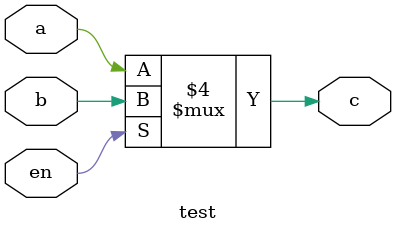
<source format=v>
module test (c, a, b, en);
 input a, b, en;
 output c;
 reg c;
 always @(a or b)
   if (~en)
     c = a; //blocking assignment on "c"
   else
     c <= #2 b; //non-blocking assignment on "c"
endmodule


</source>
